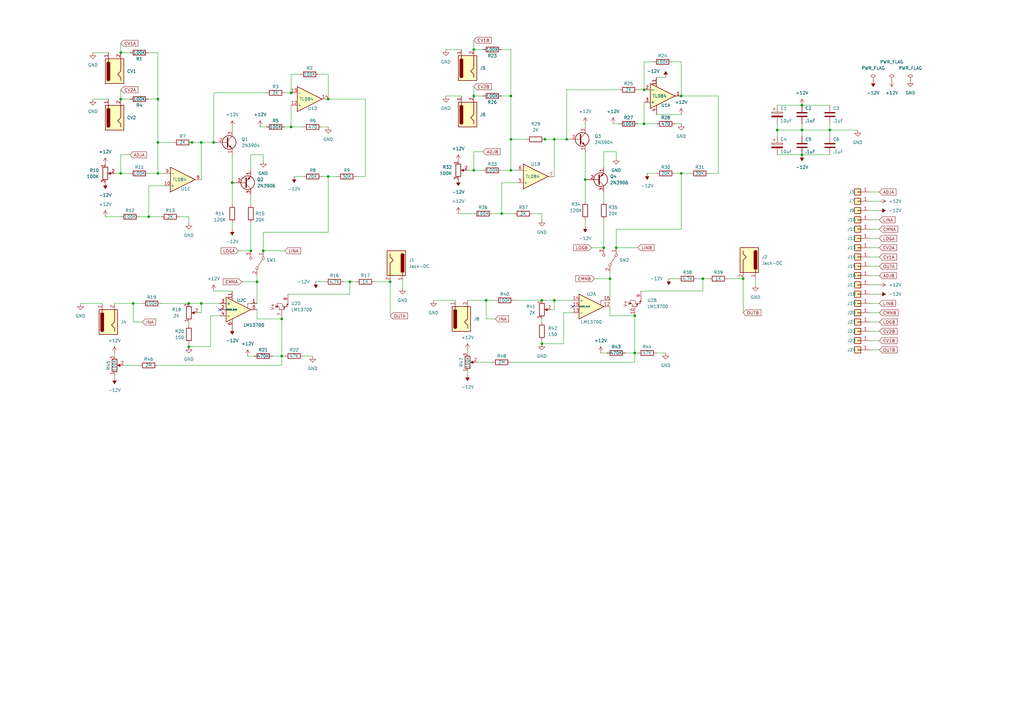
<source format=kicad_sch>
(kicad_sch (version 20211123) (generator eeschema)
  (paper "A3")
  (lib_symbols
    (symbol "Amplifier_Operational:LM13700" (pin_names (offset 0.127))
      (property "Reference" "U" (at 3.81 5.08 0))
      (property "Value" "LM13700" (at 5.08 -5.08 0))
      (symbol "LM13700_1_1"
        (pin output line (at 7.62 0 180) (length 2.54) (name "~") (number "12"))
        (pin input line (at -7.62 2.54 0) (length 2.54) (name "-") (number "13"))
        (pin input line (at -7.62 -2.54 0) (length 2.54) (name "+") (number "14"))
        (pin input line (at -7.62 0 0) (length 2.54) (name "DIODE_BIAS") (number "15"))
        (pin input line (at 7.62 -2.54 180) (length 2.54) (name "~") (number "16"))
      )
      (symbol "LM13700_2_1"
        (text "V+" (at -2.54 3.81 0) (effects (font (size 1.27 1.27))))
        (pin input line (at -7.62 0 0) (length 3.81) (name "~") (number "10"))
        (pin output line (at 2.54 -2.54 180) (length 3.81) (name "~") (number "9"))
      )
      (symbol "LM13700_3_1"
        (pin input line (at 7.62 -2.54 180) (length 2.54) (name "~") (number "1"))
        (pin input line (at -7.62 0 0) (length 2.54) (name "DIODE_BIAS") (number "2"))
        (pin input line (at -7.62 -2.54 0) (length 2.54) (name "+") (number "3"))
        (pin input line (at -7.62 2.54 0) (length 2.54) (name "-") (number "4"))
        (pin output line (at 7.62 0 180) (length 2.54) (name "~") (number "5"))
      )
      (symbol "LM13700_4_0"
        (text "V+" (at -2.54 3.81 0) (effects (font (size 1.27 1.27))))
      )
      (symbol "LM13700_4_1"
        (pin input line (at -7.62 0 0) (length 3.81) (name "~") (number "7"))
        (pin output line (at 2.54 -2.54 180) (length 3.81) (name "~") (number "8"))
      )
      (symbol "LM13700_5_1"
        (pin power_in line (at -2.54 7.62 270) (length 3.81) (name "V+") (number "11"))
        (pin power_in line (at -2.54 -7.62 90) (length 3.81) (name "V-") (number "6"))
      )
    )
    (symbol "Amplifier_Operational:TL084" (pin_names (offset 0.127))
      (property "Reference" "U" (at 0 5.08 0))
      (property "Value" "TL084" (at 0 -5.08 0))
      (symbol "TL084_1_1"
        (pin output line (at 7.62 0 180) (length 2.54) (name "~") (number "1"))
        (pin input line (at -7.62 -2.54 0) (length 2.54) (name "-") (number "2"))
        (pin input line (at -7.62 2.54 0) (length 2.54) (name "+") (number "3"))
      )
      (symbol "TL084_2_1"
        (pin input line (at -7.62 2.54 0) (length 2.54) (name "+") (number "5"))
        (pin input line (at -7.62 -2.54 0) (length 2.54) (name "-") (number "6"))
        (pin output line (at 7.62 0 180) (length 2.54) (name "~") (number "7"))
      )
      (symbol "TL084_3_1"
        (pin input line (at -7.62 2.54 0) (length 2.54) (name "+") (number "10"))
        (pin output line (at 7.62 0 180) (length 2.54) (name "~") (number "8"))
        (pin input line (at -7.62 -2.54 0) (length 2.54) (name "-") (number "9"))
      )
      (symbol "TL084_4_1"
        (pin input line (at -7.62 2.54 0) (length 2.54) (name "+") (number "12"))
        (pin input line (at -7.62 -2.54 0) (length 2.54) (name "-") (number "13"))
        (pin output line (at 7.62 0 180) (length 2.54) (name "~") (number "14"))
      )
      (symbol "TL084_5_1"
        (pin power_in line (at -2.54 -7.62 90) (length 3.81) (name "V-") (number "11"))
        (pin power_in line (at -2.54 7.62 270) (length 3.81) (name "V+") (number "4"))
      )
    )
    (symbol "Connector:Jack-DC" (pin_names (offset 1.016))
      (property "Reference" "J" (at 0 5.334 0))
      (property "Value" "Jack-DC" (at 0 -5.08 0))
      (symbol "Jack-DC_1_1"
        (pin passive line (at 7.62 2.54 180) (length 2.54) (name "~") (number "1"))
        (pin passive line (at 7.62 -2.54 180) (length 2.54) (name "~") (number "2"))
      )
    )
    (symbol "Connector_Generic:Conn_01x01" (pin_names (offset 1.016) hide)
      (property "Reference" "J" (at 0 2.54 0))
      (property "Value" "Conn_01x01" (at 0 -2.54 0))
      (symbol "Conn_01x01_1_1"
        (pin passive line (at -5.08 0 0) (length 3.81) (name "Pin_1") (number "1"))
      )
    )
    (symbol "Device:C" (pin_numbers hide) (pin_names (offset 0.254))
      (property "Reference" "C" (at 0.635 2.54 0))
      (property "Value" "C" (at 0.635 -2.54 0))
      (symbol "C_1_1"
        (pin passive line (at 0 3.81 270) (length 2.794) (name "~") (number "1"))
        (pin passive line (at 0 -3.81 90) (length 2.794) (name "~") (number "2"))
      )
    )
    (symbol "Device:C_Polarized" (pin_numbers hide) (pin_names (offset 0.254))
      (property "Reference" "C" (at 0.635 2.54 0))
      (property "Value" "C_Polarized" (at 0.635 -2.54 0))
      (symbol "C_Polarized_1_1"
        (pin passive line (at 0 3.81 270) (length 2.794) (name "~") (number "1"))
        (pin passive line (at 0 -3.81 90) (length 2.794) (name "~") (number "2"))
      )
    )
    (symbol "Device:R" (pin_numbers hide) (pin_names (offset 0))
      (property "Reference" "R" (at 2.032 0 90))
      (property "Value" "R" (at 0 0 90))
      (symbol "R_1_1"
        (pin passive line (at 0 3.81 270) (length 1.27) (name "~") (number "1"))
        (pin passive line (at 0 -3.81 90) (length 1.27) (name "~") (number "2"))
      )
    )
    (symbol "Device:R_Potentiometer" (pin_names (offset 1.016) hide)
      (property "Reference" "RV" (at -4.445 0 90))
      (property "Value" "R_Potentiometer" (at -2.54 0 90))
      (symbol "R_Potentiometer_1_1"
        (pin passive line (at 0 3.81 270) (length 1.27) (name "1") (number "1"))
        (pin passive line (at 3.81 0 180) (length 1.27) (name "2") (number "2"))
        (pin passive line (at 0 -3.81 90) (length 1.27) (name "3") (number "3"))
      )
    )
    (symbol "LM13700_1" (pin_names (offset 0.127) hide)
      (property "Reference" "U" (at 3.81 5.08 0))
      (property "Value" "LM13700_1" (at 5.08 -5.08 0))
      (symbol "LM13700_1_1_1"
        (pin output line (at 7.62 0 180) (length 2.54) (name "~") (number "12"))
        (pin input line (at -7.62 2.54 0) (length 2.54) (name "-") (number "13"))
        (pin input line (at -7.62 -2.54 0) (length 2.54) (name "+") (number "14"))
        (pin input line (at -7.62 0 0) (length 2.54) (name "DIODE_BIAS") (number "15"))
        (pin input line (at 7.62 -2.54 180) (length 2.54) (name "~") (number "16"))
      )
      (symbol "LM13700_1_2_1"
        (text "V+" (at -2.54 3.81 0) (effects (font (size 1.27 1.27))))
        (pin input line (at -7.62 0 0) (length 3.81) (name "~") (number "10"))
        (pin output line (at 2.54 -2.54 180) (length 3.81) (name "~") (number "9"))
      )
      (symbol "LM13700_1_3_1"
        (pin input line (at 7.62 -2.54 180) (length 2.54) (name "~") (number "1"))
        (pin input line (at -7.62 0 0) (length 2.54) (name "DIODE_BIAS") (number "2"))
        (pin input line (at -7.62 -2.54 0) (length 2.54) (name "+") (number "3"))
        (pin input line (at -7.62 2.54 0) (length 2.54) (name "-") (number "4"))
        (pin output line (at 7.62 0 180) (length 2.54) (name "~") (number "5"))
      )
      (symbol "LM13700_1_4_0"
        (text "V+" (at -2.54 3.81 0) (effects (font (size 1.27 1.27))))
      )
      (symbol "LM13700_1_4_1"
        (pin input line (at -7.62 0 0) (length 3.81) (name "~") (number "7"))
        (pin output line (at 2.54 -2.54 180) (length 3.81) (name "~") (number "8"))
      )
      (symbol "LM13700_1_5_1"
        (pin power_in line (at -2.54 7.62 270) (length 3.81) (name "V+") (number "11"))
        (pin power_in line (at -2.54 -7.62 90) (length 3.81) (name "V-") (number "6"))
      )
    )
    (symbol "Switch:SW_SPDT" (pin_names (offset 0) hide)
      (property "Reference" "SW" (at 0 4.318 0))
      (property "Value" "SW_SPDT" (at 0 -5.08 0))
      (symbol "SW_SPDT_1_1"
        (pin passive line (at 5.08 2.54 180) (length 2.54) (name "A") (number "1"))
        (pin passive line (at -5.08 0 0) (length 2.54) (name "B") (number "2"))
        (pin passive line (at 5.08 -2.54 180) (length 2.54) (name "C") (number "3"))
      )
    )
    (symbol "TL084_1" (pin_names (offset 0.127) hide)
      (property "Reference" "U" (at 0 5.08 0))
      (property "Value" "TL084_1" (at 0 -5.08 0))
      (symbol "TL084_1_1_1"
        (pin output line (at 7.62 0 180) (length 2.54) (name "~") (number "1"))
        (pin input line (at -7.62 -2.54 0) (length 2.54) (name "-") (number "2"))
        (pin input line (at -7.62 2.54 0) (length 2.54) (name "+") (number "3"))
      )
      (symbol "TL084_1_2_1"
        (pin input line (at -7.62 2.54 0) (length 2.54) (name "+") (number "5"))
        (pin input line (at -7.62 -2.54 0) (length 2.54) (name "-") (number "6"))
        (pin output line (at 7.62 0 180) (length 2.54) (name "~") (number "7"))
      )
      (symbol "TL084_1_3_1"
        (pin input line (at -7.62 2.54 0) (length 2.54) (name "+") (number "10"))
        (pin output line (at 7.62 0 180) (length 2.54) (name "~") (number "8"))
        (pin input line (at -7.62 -2.54 0) (length 2.54) (name "-") (number "9"))
      )
      (symbol "TL084_1_4_1"
        (pin input line (at -7.62 2.54 0) (length 2.54) (name "+") (number "12"))
        (pin input line (at -7.62 -2.54 0) (length 2.54) (name "-") (number "13"))
        (pin output line (at 7.62 0 180) (length 2.54) (name "~") (number "14"))
      )
      (symbol "TL084_1_5_1"
        (pin power_in line (at -2.54 -7.62 90) (length 3.81) (name "V-") (number "11"))
        (pin power_in line (at -2.54 7.62 270) (length 3.81) (name "V+") (number "4"))
      )
    )
    (symbol "Transistor_BJT:2N3904" (pin_names (offset 0) hide)
      (property "Reference" "Q" (at 5.08 1.905 0))
      (property "Value" "2N3904" (at 5.08 0 0))
      (symbol "2N3904_1_1"
        (pin passive line (at 2.54 -5.08 90) (length 2.54) (name "E") (number "1"))
        (pin passive line (at -5.08 0 0) (length 5.715) (name "B") (number "2"))
        (pin passive line (at 2.54 5.08 270) (length 2.54) (name "C") (number "3"))
      )
    )
    (symbol "Transistor_BJT:2N3906" (pin_names (offset 0) hide)
      (property "Reference" "Q" (at 5.08 1.905 0))
      (property "Value" "2N3906" (at 5.08 0 0))
      (symbol "2N3906_1_1"
        (pin passive line (at 2.54 -5.08 90) (length 2.54) (name "E") (number "1"))
        (pin input line (at -5.08 0 0) (length 5.715) (name "B") (number "2"))
        (pin passive line (at 2.54 5.08 270) (length 2.54) (name "C") (number "3"))
      )
    )
    (symbol "power:+12V" (power) (pin_names (offset 0))
      (property "Value" "+12V" (at 0 3.556 0))
      (symbol "+12V_1_1"
        (pin power_in line (at 0 0 90) (length 0) hide (name "+12V") (number "1"))
      )
    )
    (symbol "power:-12V" (power) (pin_names (offset 0))
      (property "Value" "-12V" (at 0 3.81 0))
      (symbol "-12V_0_0"
        (pin power_in line (at 0 0 90) (length 0) hide (name "-12V") (number "1"))
      )
    )
    (symbol "power:GND" (power) (pin_names (offset 0))
      (property "Value" "GND" (at 0 -3.81 0))
      (symbol "GND_1_1"
        (pin power_in line (at 0 0 270) (length 0) hide (name "GND") (number "1"))
      )
    )
    (symbol "power:PWR_FLAG" (power) (pin_numbers hide) (pin_names (offset 0) hide)
      (property "Value" "PWR_FLAG" (at 0 3.81 0))
      (symbol "PWR_FLAG_0_0"
        (pin power_out line (at 0 0 90) (length 0) (name "pwr") (number "1"))
      )
    )
  )
  (junction (at 78.74 58.42))
  (junction (at 205.74 87.63))
  (junction (at 194.31 69.85))
  (junction (at 95.25 74.93))
  (junction (at 82.55 124.46))
  (junction (at 115.57 130.81))
  (junction (at 102.87 102.87))
  (junction (at 107.95 102.87))
  (junction (at 340.36 53.34))
  (junction (at 54.61 124.46))
  (junction (at 222.25 140.97))
  (junction (at 260.35 144.78))
  (junction (at 209.55 39.37))
  (junction (at 223.52 57.15))
  (junction (at 250.19 114.3))
  (junction (at 232.41 57.15))
  (junction (at 209.55 57.15))
  (junction (at 264.16 50.8))
  (junction (at 134.62 40.64))
  (junction (at 279.4 39.37))
  (junction (at 328.93 63.5))
  (junction (at 77.47 142.24))
  (junction (at 77.47 124.46))
  (junction (at 105.41 115.57))
  (junction (at 49.53 21.59))
  (junction (at 252.73 101.6))
  (junction (at 60.96 88.9))
  (junction (at 288.29 114.3))
  (junction (at 240.03 73.66))
  (junction (at 134.62 72.39))
  (junction (at 87.63 58.42))
  (junction (at 194.31 39.37))
  (junction (at 143.51 115.57))
  (junction (at 328.93 53.34))
  (junction (at 304.8 114.3))
  (junction (at 194.31 20.32))
  (junction (at 209.55 69.85))
  (junction (at 260.35 129.54))
  (junction (at 227.33 57.15))
  (junction (at 115.57 146.05))
  (junction (at 82.55 58.42))
  (junction (at 64.77 71.12))
  (junction (at 318.77 53.34))
  (junction (at 119.38 38.1))
  (junction (at 279.4 71.12))
  (junction (at 247.65 101.6))
  (junction (at 49.53 40.64))
  (junction (at 49.53 71.12))
  (junction (at 64.77 40.64))
  (junction (at 160.02 115.57))
  (junction (at 328.93 43.18))
  (junction (at 264.16 36.83))
  (junction (at 199.39 123.19))
  (junction (at 119.38 52.07))
  (junction (at 64.77 58.42))
  (junction (at 222.25 123.19))
  (junction (at 227.33 123.19))
  (no_connect (at 234.95 125.73))
  (no_connect (at 90.17 127))
  (wire (pts (xy 209.55 20.32) (xy 209.55 39.37)))
  (wire (pts (xy 187.96 87.63) (xy 194.31 87.63)))
  (wire (pts (xy 95.25 74.93) (xy 95.25 83.82)))
  (wire (pts (xy 64.77 149.86) (xy 115.57 149.86)))
  (wire (pts (xy 194.31 20.32) (xy 198.12 20.32)))
  (wire (pts (xy 191.77 123.19) (xy 199.39 123.19)))
  (wire (pts (xy 232.41 36.83) (xy 254 36.83)))
  (wire (pts (xy 240.03 90.17) (xy 240.03 92.71)))
  (wire (pts (xy 356.87 124.46) (xy 360.68 124.46)))
  (wire (pts (xy 177.8 123.19) (xy 186.69 123.19)))
  (wire (pts (xy 264.16 36.83) (xy 264.16 25.4)))
  (wire (pts (xy 77.47 124.46) (xy 82.55 124.46)))
  (wire (pts (xy 46.99 144.78) (xy 46.99 146.05)))
  (wire (pts (xy 328.93 63.5) (xy 340.36 63.5)))
  (wire (pts (xy 252.73 62.23) (xy 252.73 64.77)))
  (wire (pts (xy 356.87 82.55) (xy 360.68 82.55)))
  (wire (pts (xy 260.35 144.78) (xy 261.62 144.78)))
  (wire (pts (xy 279.4 93.98) (xy 252.73 93.98)))
  (wire (pts (xy 356.87 105.41) (xy 360.68 105.41)))
  (wire (pts (xy 82.55 128.27) (xy 81.28 128.27)))
  (wire (pts (xy 132.08 52.07) (xy 134.62 52.07)))
  (wire (pts (xy 82.55 124.46) (xy 90.17 124.46)))
  (wire (pts (xy 182.88 39.37) (xy 189.23 39.37)))
  (wire (pts (xy 243.84 114.3) (xy 250.19 114.3)))
  (wire (pts (xy 53.34 63.5) (xy 49.53 63.5)))
  (wire (pts (xy 240.03 62.23) (xy 240.03 73.66)))
  (wire (pts (xy 269.24 46.99) (xy 279.4 46.99)))
  (wire (pts (xy 119.38 30.48) (xy 123.19 30.48)))
  (wire (pts (xy 328.93 43.18) (xy 340.36 43.18)))
  (wire (pts (xy 90.17 129.54) (xy 86.36 129.54)))
  (wire (pts (xy 356.87 93.98) (xy 360.68 93.98)))
  (wire (pts (xy 265.43 71.12) (xy 269.24 71.12)))
  (wire (pts (xy 119.38 52.07) (xy 124.46 52.07)))
  (wire (pts (xy 194.31 35.56) (xy 194.31 39.37)))
  (wire (pts (xy 105.41 115.57) (xy 105.41 124.46)))
  (wire (pts (xy 134.62 72.39) (xy 134.62 95.25)))
  (wire (pts (xy 222.25 139.7) (xy 222.25 140.97)))
  (wire (pts (xy 275.59 25.4) (xy 279.4 25.4)))
  (wire (pts (xy 231.14 128.27) (xy 231.14 140.97)))
  (wire (pts (xy 86.36 142.24) (xy 77.47 142.24)))
  (wire (pts (xy 182.88 20.32) (xy 189.23 20.32)))
  (wire (pts (xy 194.31 69.85) (xy 198.12 69.85)))
  (wire (pts (xy 209.55 57.15) (xy 215.9 57.15)))
  (wire (pts (xy 210.82 123.19) (xy 222.25 123.19)))
  (wire (pts (xy 356.87 113.03) (xy 360.68 113.03)))
  (wire (pts (xy 38.1 21.59) (xy 44.45 21.59)))
  (wire (pts (xy 227.33 123.19) (xy 227.33 127)))
  (wire (pts (xy 356.87 97.79) (xy 360.68 97.79)))
  (wire (pts (xy 130.81 30.48) (xy 134.62 30.48)))
  (wire (pts (xy 205.74 69.85) (xy 209.55 69.85)))
  (wire (pts (xy 246.38 144.78) (xy 248.92 144.78)))
  (wire (pts (xy 149.86 72.39) (xy 146.05 72.39)))
  (wire (pts (xy 340.36 50.8) (xy 340.36 53.34)))
  (wire (pts (xy 222.25 87.63) (xy 222.25 90.17)))
  (wire (pts (xy 54.61 132.08) (xy 54.61 124.46)))
  (wire (pts (xy 132.08 72.39) (xy 134.62 72.39)))
  (wire (pts (xy 46.99 153.67) (xy 46.99 154.94)))
  (wire (pts (xy 107.95 95.25) (xy 107.95 102.87)))
  (wire (pts (xy 218.44 87.63) (xy 222.25 87.63)))
  (wire (pts (xy 356.87 116.84) (xy 360.68 116.84)))
  (wire (pts (xy 77.47 140.97) (xy 77.47 142.24)))
  (wire (pts (xy 269.24 144.78) (xy 273.05 144.78)))
  (wire (pts (xy 209.55 69.85) (xy 212.09 69.85)))
  (wire (pts (xy 49.53 36.83) (xy 49.53 40.64)))
  (wire (pts (xy 294.64 39.37) (xy 294.64 71.12)))
  (wire (pts (xy 99.06 115.57) (xy 105.41 115.57)))
  (wire (pts (xy 205.74 20.32) (xy 209.55 20.32)))
  (wire (pts (xy 250.19 125.73) (xy 250.19 129.54)))
  (wire (pts (xy 318.77 50.8) (xy 318.77 53.34)))
  (wire (pts (xy 279.4 25.4) (xy 279.4 39.37)))
  (wire (pts (xy 318.77 53.34) (xy 318.77 55.88)))
  (wire (pts (xy 64.77 71.12) (xy 67.31 71.12)))
  (wire (pts (xy 276.86 71.12) (xy 279.4 71.12)))
  (wire (pts (xy 240.03 73.66) (xy 240.03 82.55)))
  (wire (pts (xy 269.24 31.75) (xy 273.05 31.75)))
  (wire (pts (xy 264.16 25.4) (xy 267.97 25.4)))
  (wire (pts (xy 107.95 102.87) (xy 116.84 102.87)))
  (wire (pts (xy 209.55 148.59) (xy 260.35 148.59)))
  (wire (pts (xy 250.19 129.54) (xy 260.35 129.54)))
  (wire (pts (xy 247.65 90.17) (xy 247.65 101.6)))
  (wire (pts (xy 264.16 41.91) (xy 264.16 50.8)))
  (wire (pts (xy 288.29 114.3) (xy 290.83 114.3)))
  (wire (pts (xy 294.64 71.12) (xy 290.83 71.12)))
  (wire (pts (xy 328.93 53.34) (xy 328.93 55.88)))
  (wire (pts (xy 60.96 76.2) (xy 60.96 88.9)))
  (wire (pts (xy 304.8 114.3) (xy 304.8 128.27)))
  (wire (pts (xy 194.31 16.51) (xy 194.31 20.32)))
  (wire (pts (xy 120.65 72.39) (xy 124.46 72.39)))
  (wire (pts (xy 205.74 39.37) (xy 209.55 39.37)))
  (wire (pts (xy 356.87 86.36) (xy 360.68 86.36)))
  (wire (pts (xy 33.02 124.46) (xy 41.91 124.46)))
  (wire (pts (xy 279.4 39.37) (xy 294.64 39.37)))
  (wire (pts (xy 105.41 127) (xy 105.41 130.81)))
  (wire (pts (xy 60.96 21.59) (xy 64.77 21.59)))
  (wire (pts (xy 250.19 111.76) (xy 250.19 114.3)))
  (wire (pts (xy 86.36 129.54) (xy 86.36 142.24)))
  (wire (pts (xy 356.87 143.51) (xy 360.68 143.51)))
  (wire (pts (xy 119.38 43.18) (xy 119.38 52.07)))
  (wire (pts (xy 252.73 101.6) (xy 261.62 101.6)))
  (wire (pts (xy 58.42 132.08) (xy 54.61 132.08)))
  (wire (pts (xy 49.53 17.78) (xy 49.53 21.59)))
  (wire (pts (xy 49.53 71.12) (xy 53.34 71.12)))
  (wire (pts (xy 260.35 148.59) (xy 260.35 144.78)))
  (wire (pts (xy 87.63 38.1) (xy 109.22 38.1)))
  (wire (pts (xy 262.89 119.38) (xy 288.29 119.38)))
  (wire (pts (xy 227.33 127) (xy 226.06 127)))
  (wire (pts (xy 115.57 146.05) (xy 116.84 146.05)))
  (wire (pts (xy 46.99 71.12) (xy 49.53 71.12)))
  (wire (pts (xy 60.96 40.64) (xy 64.77 40.64)))
  (wire (pts (xy 194.31 39.37) (xy 198.12 39.37)))
  (wire (pts (xy 124.46 146.05) (xy 128.27 146.05)))
  (wire (pts (xy 209.55 39.37) (xy 209.55 57.15)))
  (wire (pts (xy 60.96 88.9) (xy 66.04 88.9)))
  (wire (pts (xy 160.02 115.57) (xy 160.02 129.54)))
  (wire (pts (xy 64.77 58.42) (xy 64.77 71.12)))
  (wire (pts (xy 328.93 50.8) (xy 328.93 53.34)))
  (wire (pts (xy 356.87 139.7) (xy 360.68 139.7)))
  (wire (pts (xy 279.4 71.12) (xy 283.21 71.12)))
  (wire (pts (xy 97.79 102.87) (xy 102.87 102.87)))
  (wire (pts (xy 149.86 40.64) (xy 149.86 72.39)))
  (wire (pts (xy 43.18 88.9) (xy 49.53 88.9)))
  (wire (pts (xy 288.29 119.38) (xy 288.29 114.3)))
  (wire (pts (xy 223.52 57.15) (xy 227.33 57.15)))
  (wire (pts (xy 205.74 74.93) (xy 205.74 87.63)))
  (wire (pts (xy 222.25 57.15) (xy 223.52 57.15)))
  (wire (pts (xy 87.63 119.38) (xy 95.25 119.38)))
  (wire (pts (xy 143.51 120.65) (xy 143.51 115.57)))
  (wire (pts (xy 191.77 152.4) (xy 191.77 153.67)))
  (wire (pts (xy 199.39 123.19) (xy 203.2 123.19)))
  (wire (pts (xy 191.77 69.85) (xy 194.31 69.85)))
  (wire (pts (xy 95.25 91.44) (xy 95.25 93.98)))
  (wire (pts (xy 203.2 130.81) (xy 199.39 130.81)))
  (wire (pts (xy 234.95 128.27) (xy 231.14 128.27)))
  (wire (pts (xy 77.47 132.08) (xy 77.47 133.35)))
  (wire (pts (xy 252.73 93.98) (xy 252.73 101.6)))
  (wire (pts (xy 115.57 130.81) (xy 115.57 146.05)))
  (wire (pts (xy 105.41 130.81) (xy 115.57 130.81)))
  (wire (pts (xy 222.25 130.81) (xy 222.25 132.08)))
  (wire (pts (xy 328.93 53.34) (xy 340.36 53.34)))
  (wire (pts (xy 309.88 114.3) (xy 309.88 116.84)))
  (wire (pts (xy 195.58 148.59) (xy 201.93 148.59)))
  (wire (pts (xy 356.87 90.17) (xy 360.68 90.17)))
  (wire (pts (xy 140.97 115.57) (xy 143.51 115.57)))
  (wire (pts (xy 107.95 63.5) (xy 107.95 66.04)))
  (wire (pts (xy 247.65 62.23) (xy 252.73 62.23)))
  (wire (pts (xy 251.46 50.8) (xy 254 50.8)))
  (wire (pts (xy 54.61 124.46) (xy 58.42 124.46)))
  (wire (pts (xy 119.38 38.1) (xy 119.38 30.48)))
  (wire (pts (xy 340.36 53.34) (xy 351.79 53.34)))
  (wire (pts (xy 256.54 144.78) (xy 260.35 144.78)))
  (wire (pts (xy 78.74 58.42) (xy 82.55 58.42)))
  (wire (pts (xy 209.55 57.15) (xy 209.55 69.85)))
  (wire (pts (xy 205.74 74.93) (xy 212.09 74.93)))
  (wire (pts (xy 77.47 88.9) (xy 77.47 91.44)))
  (wire (pts (xy 318.77 53.34) (xy 328.93 53.34)))
  (wire (pts (xy 356.87 128.27) (xy 360.68 128.27)))
  (wire (pts (xy 38.1 40.64) (xy 44.45 40.64)))
  (wire (pts (xy 102.87 63.5) (xy 107.95 63.5)))
  (wire (pts (xy 49.53 21.59) (xy 53.34 21.59)))
  (wire (pts (xy 240.03 50.8) (xy 240.03 52.07)))
  (wire (pts (xy 115.57 149.86) (xy 115.57 146.05)))
  (wire (pts (xy 232.41 57.15) (xy 232.41 36.83)))
  (wire (pts (xy 95.25 52.07) (xy 95.25 53.34)))
  (wire (pts (xy 191.77 143.51) (xy 191.77 144.78)))
  (wire (pts (xy 129.54 115.57) (xy 133.35 115.57)))
  (wire (pts (xy 285.75 114.3) (xy 288.29 114.3)))
  (wire (pts (xy 111.76 146.05) (xy 115.57 146.05)))
  (wire (pts (xy 298.45 114.3) (xy 304.8 114.3)))
  (wire (pts (xy 276.86 50.8) (xy 279.4 50.8)))
  (wire (pts (xy 102.87 91.44) (xy 102.87 102.87)))
  (wire (pts (xy 153.67 115.57) (xy 160.02 115.57)))
  (wire (pts (xy 318.77 63.5) (xy 328.93 63.5)))
  (wire (pts (xy 57.15 88.9) (xy 60.96 88.9)))
  (wire (pts (xy 134.62 72.39) (xy 138.43 72.39)))
  (wire (pts (xy 198.12 62.23) (xy 194.31 62.23)))
  (wire (pts (xy 60.96 71.12) (xy 64.77 71.12)))
  (wire (pts (xy 143.51 115.57) (xy 146.05 115.57)))
  (wire (pts (xy 82.55 124.46) (xy 82.55 128.27)))
  (wire (pts (xy 227.33 57.15) (xy 227.33 72.39)))
  (wire (pts (xy 102.87 69.85) (xy 102.87 63.5)))
  (wire (pts (xy 116.84 38.1) (xy 119.38 38.1)))
  (wire (pts (xy 116.84 52.07) (xy 119.38 52.07)))
  (wire (pts (xy 261.62 36.83) (xy 264.16 36.83)))
  (wire (pts (xy 356.87 101.6) (xy 360.68 101.6)))
  (wire (pts (xy 274.32 114.3) (xy 278.13 114.3)))
  (wire (pts (xy 318.77 43.18) (xy 328.93 43.18)))
  (wire (pts (xy 199.39 130.81) (xy 199.39 123.19)))
  (wire (pts (xy 264.16 50.8) (xy 269.24 50.8)))
  (wire (pts (xy 231.14 140.97) (xy 222.25 140.97)))
  (wire (pts (xy 356.87 120.65) (xy 360.68 120.65)))
  (wire (pts (xy 242.57 101.6) (xy 247.65 101.6)))
  (wire (pts (xy 64.77 21.59) (xy 64.77 40.64)))
  (wire (pts (xy 356.87 135.89) (xy 360.68 135.89)))
  (wire (pts (xy 247.65 68.58) (xy 247.65 62.23)))
  (wire (pts (xy 227.33 123.19) (xy 234.95 123.19)))
  (wire (pts (xy 106.68 52.07) (xy 109.22 52.07)))
  (wire (pts (xy 340.36 53.34) (xy 340.36 55.88)))
  (wire (pts (xy 64.77 58.42) (xy 71.12 58.42)))
  (wire (pts (xy 50.8 149.86) (xy 57.15 149.86)))
  (wire (pts (xy 165.1 115.57) (xy 165.1 118.11)))
  (wire (pts (xy 247.65 78.74) (xy 247.65 82.55)))
  (wire (pts (xy 82.55 58.42) (xy 82.55 73.66)))
  (wire (pts (xy 356.87 132.08) (xy 360.68 132.08)))
  (wire (pts (xy 95.25 63.5) (xy 95.25 74.93)))
  (wire (pts (xy 118.11 120.65) (xy 143.51 120.65)))
  (wire (pts (xy 260.35 129.54) (xy 260.35 144.78)))
  (wire (pts (xy 356.87 78.74) (xy 360.68 78.74)))
  (wire (pts (xy 77.47 58.42) (xy 78.74 58.42)))
  (wire (pts (xy 227.33 57.15) (xy 232.41 57.15)))
  (wire (pts (xy 105.41 113.03) (xy 105.41 115.57)))
  (wire (pts (xy 134.62 95.25) (xy 107.95 95.25)))
  (wire (pts (xy 46.99 124.46) (xy 54.61 124.46)))
  (wire (pts (xy 82.55 58.42) (xy 87.63 58.42)))
  (wire (pts (xy 356.87 109.22) (xy 360.68 109.22)))
  (wire (pts (xy 87.63 58.42) (xy 87.63 38.1)))
  (wire (pts (xy 222.25 123.19) (xy 227.33 123.19)))
  (wire (pts (xy 205.74 87.63) (xy 210.82 87.63)))
  (wire (pts (xy 49.53 63.5) (xy 49.53 71.12)))
  (wire (pts (xy 201.93 87.63) (xy 205.74 87.63)))
  (wire (pts (xy 49.53 40.64) (xy 53.34 40.64)))
  (wire (pts (xy 73.66 88.9) (xy 77.47 88.9)))
  (wire (pts (xy 250.19 114.3) (xy 250.19 123.19)))
  (wire (pts (xy 194.31 62.23) (xy 194.31 69.85)))
  (wire (pts (xy 102.87 80.01) (xy 102.87 83.82)))
  (wire (pts (xy 64.77 40.64) (xy 64.77 58.42)))
  (wire (pts (xy 134.62 30.48) (xy 134.62 40.64)))
  (wire (pts (xy 279.4 71.12) (xy 279.4 93.98)))
  (wire (pts (xy 60.96 76.2) (xy 67.31 76.2)))
  (wire (pts (xy 66.04 124.46) (xy 77.47 124.46)))
  (wire (pts (xy 261.62 50.8) (xy 264.16 50.8)))
  (wire (pts (xy 134.62 40.64) (xy 149.86 40.64)))
  (wire (pts (xy 101.6 146.05) (xy 104.14 146.05)))
  (global_label "CV1A" (shape input) (at 49.53 17.78 0) (property "Intersheet References" "${INTERSHEET_REFS}" (effects hide)))
  (global_label "LINA" (shape input) (at 116.84 102.87 0) (property "Intersheet References" "${INTERSHEET_REFS}" (effects hide)))
  (global_label "LOGB" (shape input) (at 360.68 132.08 0) (property "Intersheet References" "${INTERSHEET_REFS}" (effects hide)))
  (global_label "ADJA" (shape input) (at 53.34 63.5 0) (property "Intersheet References" "${INTERSHEET_REFS}" (effects hide)))
  (global_label "CV1B" (shape input) (at 360.68 139.7 0) (property "Intersheet References" "${INTERSHEET_REFS}" (effects hide)))
  (global_label "CV2A" (shape input) (at 360.68 101.6 0) (property "Intersheet References" "${INTERSHEET_REFS}" (effects hide)))
  (global_label "OUTA" (shape input) (at 160.02 129.54 0) (property "Intersheet References" "${INTERSHEET_REFS}" (effects hide)))
  (global_label "ADJB" (shape input) (at 360.68 113.03 0) (property "Intersheet References" "${INTERSHEET_REFS}" (effects hide)))
  (global_label "ADJA" (shape input) (at 360.68 78.74 0) (property "Intersheet References" "${INTERSHEET_REFS}" (effects hide)))
  (global_label "CMNB" (shape input) (at 243.84 114.3 180) (property "Intersheet References" "${INTERSHEET_REFS}" (effects hide)))
  (global_label "INA" (shape input) (at 58.42 132.08 0) (property "Intersheet References" "${INTERSHEET_REFS}" (effects hide)))
  (global_label "OUTB" (shape input) (at 304.8 128.27 0) (property "Intersheet References" "${INTERSHEET_REFS}" (effects hide)))
  (global_label "LINB" (shape input) (at 261.62 101.6 0) (property "Intersheet References" "${INTERSHEET_REFS}" (effects hide)))
  (global_label "CV1A" (shape input) (at 360.68 105.41 0) (property "Intersheet References" "${INTERSHEET_REFS}" (effects hide)))
  (global_label "CMNA" (shape input) (at 99.06 115.57 180) (property "Intersheet References" "${INTERSHEET_REFS}" (effects hide)))
  (global_label "CMNA" (shape input) (at 360.68 93.98 0) (property "Intersheet References" "${INTERSHEET_REFS}" (effects hide)))
  (global_label "LOGA" (shape input) (at 360.68 97.79 0) (property "Intersheet References" "${INTERSHEET_REFS}" (effects hide)))
  (global_label "INA" (shape input) (at 203.2 130.81 0) (property "Intersheet References" "${INTERSHEET_REFS}" (effects hide)))
  (global_label "CV2B" (shape input) (at 194.31 35.56 0) (property "Intersheet References" "${INTERSHEET_REFS}" (effects hide)))
  (global_label "CMNB" (shape input) (at 360.68 128.27 0) (property "Intersheet References" "${INTERSHEET_REFS}" (effects hide)))
  (global_label "LINB" (shape input) (at 360.68 124.46 0) (property "Intersheet References" "${INTERSHEET_REFS}" (effects hide)))
  (global_label "CV1B" (shape input) (at 194.31 16.51 0) (property "Intersheet References" "${INTERSHEET_REFS}" (effects hide)))
  (global_label "OUTA" (shape input) (at 360.68 109.22 0) (property "Intersheet References" "${INTERSHEET_REFS}" (effects hide)))
  (global_label "LINA" (shape input) (at 360.68 90.17 0) (property "Intersheet References" "${INTERSHEET_REFS}" (effects hide)))
  (global_label "ADJB" (shape input) (at 198.12 62.23 0) (property "Intersheet References" "${INTERSHEET_REFS}" (effects hide)))
  (global_label "OUTB" (shape input) (at 360.68 143.51 0) (property "Intersheet References" "${INTERSHEET_REFS}" (effects hide)))
  (global_label "LOGB" (shape input) (at 242.57 101.6 180) (property "Intersheet References" "${INTERSHEET_REFS}" (effects hide)))
  (global_label "CV2B" (shape input) (at 360.68 135.89 0) (property "Intersheet References" "${INTERSHEET_REFS}" (effects hide)))
  (global_label "LOGA" (shape input) (at 97.79 102.87 180) (property "Intersheet References" "${INTERSHEET_REFS}" (effects hide)))
  (global_label "CV2A" (shape input) (at 49.53 36.83 0) (property "Intersheet References" "${INTERSHEET_REFS}" (effects hide)))
  (symbol (lib_id "power:+12V") (at 251.46 50.8 0) (unit 1)
    (property "Reference" "#PWR0106" (effects hide))
    (property "Value" "+12V" (at 251.46 45.72 0))
  )
  (symbol (lib_id "power:PWR_FLAG") (at 365.76 33.02 0) (unit 1)
    (property "Reference" "#FLG0102" (effects hide))
    (property "Value" "PWR_FLAG" (at 365.76 25.4 0))
  )
  (symbol (lib_id "Device:R") (at 113.03 38.1 90) (unit 1)
    (property "Reference" "R3" (at 113.03 35.56 90))
    (property "Value" "2K" (at 113.03 38.1 90))
  )
  (symbol (lib_id "Switch:SW_SPDT") (at 250.19 106.68 270) (mirror x) (unit 1)
    (property "Reference" "SW2" (at 254 106.6799 90) (effects (justify left)))
    (property "Value" "SW_SPDT" (effects hide))
  )
  (symbol (lib_id "power:GND") (at 279.4 50.8 0) (unit 1)
    (property "Reference" "#PWR0112" (effects hide))
    (property "Value" "GND" (at 279.4 55.88 0))
  )
  (symbol (lib_id "power:GND") (at 134.62 52.07 0) (unit 1)
    (property "Reference" "#PWR0126" (effects hide))
    (property "Value" "GND" (at 134.62 57.15 0))
  )
  (symbol (lib_id "Connector:Jack-DC") (at 44.45 132.08 90) (unit 1)
    (property "Reference" "J4" (at 49.53 132.0799 90) (effects (justify right)))
    (property "Value" "Jack-DC" (effects hide))
  )
  (symbol (lib_id "Device:R") (at 247.65 86.36 180) (unit 1)
    (property "Reference" "R35" (at 251.46 85.09 0))
    (property "Value" "20K" (at 251.46 87.63 0))
  )
  (symbol (lib_id "Transistor_BJT:2N3904") (at 237.49 57.15 0) (unit 1)
    (property "Reference" "Q3" (at 243.84 55.8799 0) (effects (justify left)))
    (property "Value" "2N3904" (at 243.84 58.4199 0) (effects (justify left)))
    (property "Footprint" "Package_TO_SOT_THT:TO-92_Inline" (effects hide))
    (property "Datasheet" "https://www.onsemi.com/pub/Collateral/2N3903-D.PDF" (effects hide))
  )
  (symbol (lib_id "power:-12V") (at 129.54 115.57 0) (mirror x) (unit 1)
    (property "Reference" "#PWR0131" (effects hide))
    (property "Value" "-12V" (at 124.46 115.57 0))
  )
  (symbol (lib_id "power:GND") (at 222.25 140.97 0) (unit 1)
    (property "Reference" "#PWR0108" (effects hide))
    (property "Value" "GND" (at 222.25 146.05 0))
  )
  (symbol (lib_id "power:-12V") (at 360.68 120.65 270) (unit 1)
    (property "Reference" "#PWR0119" (effects hide))
    (property "Value" "-12V" (at 364.49 120.6499 90) (effects (justify left)))
  )
  (symbol (lib_id "Device:R") (at 257.81 50.8 90) (unit 1)
    (property "Reference" "R27" (at 257.81 48.26 90))
    (property "Value" "100K" (at 257.81 50.8 90))
  )
  (symbol (lib_id "Connector_Generic:Conn_01x01") (at 351.79 78.74 0) (mirror y) (unit 1)
    (property "Reference" "J3" (at 349.25 78.74 0))
    (property "Value" "Conn_01x01" (effects hide))
  )
  (symbol (lib_id "power:-12V") (at 95.25 93.98 0) (mirror x) (unit 1)
    (property "Reference" "#PWR0129" (effects hide))
    (property "Value" "-12V" (at 95.25 99.06 0))
  )
  (symbol (lib_id "Device:R_Potentiometer") (at 77.47 128.27 0) (mirror x) (unit 1)
    (property "Reference" "R18" (at 72.39 127 0))
    (property "Value" "2K" (at 72.39 129.54 0))
  )
  (symbol (lib_id "Device:R") (at 128.27 72.39 90) (unit 1)
    (property "Reference" "R8" (at 128.27 69.85 90))
    (property "Value" "20K" (at 128.27 72.39 90))
  )
  (symbol (lib_id "Connector_Generic:Conn_01x01") (at 351.79 86.36 0) (mirror y) (unit 1)
    (property "Reference" "J9" (at 349.25 86.36 0))
    (property "Value" "Conn_01x01" (effects hide))
  )
  (symbol (lib_id "Amplifier_Operational:TL084") (at 74.93 73.66 0) (mirror x) (unit 3)
    (property "Reference" "U1" (at 76.2 77.47 0))
    (property "Value" "TL084" (at 73.66 73.66 0))
    (property "Datasheet" "http://www.ti.com/lit/ds/symlink/tl081.pdf" (effects hide))
  )
  (symbol (lib_id "power:-12V") (at 187.96 73.66 0) (mirror x) (unit 1)
    (property "Reference" "#PWR0151" (effects hide))
    (property "Value" "-12V" (at 187.96 78.74 0))
  )
  (symbol (lib_id "Connector_Generic:Conn_01x01") (at 351.79 105.41 0) (mirror y) (unit 1)
    (property "Reference" "J14" (at 349.25 105.41 0))
    (property "Value" "Conn_01x01" (effects hide))
  )
  (symbol (lib_id "Device:R") (at 53.34 88.9 90) (unit 1)
    (property "Reference" "R12" (at 53.34 86.36 90))
    (property "Value" "100K" (at 53.34 88.9 90))
  )
  (symbol (lib_id "Device:R") (at 198.12 87.63 90) (unit 1)
    (property "Reference" "R36" (at 198.12 85.09 90))
    (property "Value" "100K" (at 198.12 87.63 90))
  )
  (symbol (lib_id "power:+12V") (at 191.77 143.51 0) (unit 1)
    (property "Reference" "#PWR0148" (effects hide))
    (property "Value" "+12V" (at 191.77 138.43 0))
  )
  (symbol (lib_id "power:+12V") (at 95.25 52.07 0) (unit 1)
    (property "Reference" "#PWR0134" (effects hide))
    (property "Value" "+12V" (at 95.25 46.99 0))
  )
  (symbol (lib_id "Connector_Generic:Conn_01x01") (at 351.79 109.22 0) (mirror y) (unit 1)
    (property "Reference" "J15" (at 349.25 109.22 0))
    (property "Value" "Conn_01x01" (effects hide))
  )
  (symbol (lib_id "Device:C") (at 328.93 59.69 0) (unit 1)
    (property "Reference" "C5" (at 330.2 57.15 0) (effects (justify left)))
    (property "Value" ".1uF" (at 330.2 62.23 0) (effects (justify left)))
  )
  (symbol (lib_id "Connector:Jack-DC") (at 191.77 46.99 90) (unit 1)
    (property "Reference" "J6" (at 196.85 46.9899 90) (effects (justify right)))
    (property "Value" "Jack-DC" (effects hide))
  )
  (symbol (lib_id "power:GND") (at 351.79 53.34 0) (unit 1)
    (property "Reference" "#PWR0103" (effects hide))
    (property "Value" "GND" (at 351.79 58.42 0))
  )
  (symbol (lib_id "Device:R_Potentiometer") (at 222.25 127 0) (unit 1)
    (property "Reference" "R41" (at 219.71 125.7299 0) (effects (justify right)))
    (property "Value" "2K" (at 219.71 128.2699 0) (effects (justify right)))
  )
  (symbol (lib_id "power:+12V") (at 187.96 66.04 0) (unit 1)
    (property "Reference" "#PWR0146" (effects hide))
    (property "Value" "+12V" (at 187.96 60.96 0))
  )
  (symbol (lib_id "Device:R") (at 207.01 123.19 90) (unit 1)
    (property "Reference" "R40" (at 207.01 120.65 90))
    (property "Value" "100K" (at 207.01 123.19 90))
  )
  (symbol (lib_id "Device:R") (at 252.73 144.78 90) (unit 1)
    (property "Reference" "R43" (at 252.73 142.24 90))
    (property "Value" "470K" (at 252.73 144.78 90))
  )
  (symbol (lib_id "power:GND") (at 33.02 124.46 0) (unit 1)
    (property "Reference" "#PWR0142" (effects hide))
    (property "Value" "GND" (at 33.02 129.54 0))
  )
  (symbol (lib_id "power:+12V") (at 246.38 144.78 0) (unit 1)
    (property "Reference" "#PWR0109" (effects hide))
    (property "Value" "+12V" (at 246.38 139.7 0))
  )
  (symbol (lib_id "Amplifier_Operational:TL084") (at 127 40.64 0) (mirror x) (unit 4)
    (property "Reference" "U1" (at 128.27 44.45 0))
    (property "Value" "TL084" (at 125.73 40.64 0))
    (property "Datasheet" "http://www.ti.com/lit/ds/symlink/tl081.pdf" (effects hide))
  )
  (symbol (lib_id "Connector:Jack-DC") (at 46.99 48.26 90) (unit 1)
    (property "Reference" "CV2" (at 52.07 48.2599 90) (effects (justify right)))
    (property "Value" "Jack-DC" (effects hide))
  )
  (symbol (lib_id "Device:R") (at 142.24 72.39 90) (unit 1)
    (property "Reference" "R9" (at 142.24 69.85 90))
    (property "Value" "30K" (at 142.24 72.39 90))
  )
  (symbol (lib_id "Device:R") (at 240.03 86.36 180) (unit 1)
    (property "Reference" "R34" (at 236.22 83.82 0))
    (property "Value" "120K" (at 236.22 86.36 0))
  )
  (symbol (lib_id "power:-12V") (at 358.14 33.02 0) (mirror x) (unit 1)
    (property "Reference" "#PWR0152" (effects hide))
    (property "Value" "-12V" (at 358.14 38.1 0))
  )
  (symbol (lib_id "power:GND") (at 38.1 40.64 0) (unit 1)
    (property "Reference" "#PWR0144" (effects hide))
    (property "Value" "GND" (at 38.1 45.72 0))
  )
  (symbol (lib_id "Device:R") (at 113.03 52.07 90) (unit 1)
    (property "Reference" "R5" (at 113.03 49.53 90))
    (property "Value" "100K" (at 113.03 52.07 90))
  )
  (symbol (lib_id "Connector_Generic:Conn_01x01") (at 351.79 90.17 0) (mirror y) (unit 1)
    (property "Reference" "J10" (at 349.25 90.17 0))
    (property "Value" "Conn_01x01" (effects hide))
  )
  (symbol (lib_id "Device:R") (at 201.93 20.32 90) (unit 1)
    (property "Reference" "R23" (at 201.93 22.86 90))
    (property "Value" "100K" (at 201.93 20.32 90))
  )
  (symbol (lib_id "Connector_Generic:Conn_01x01") (at 351.79 132.08 0) (mirror y) (unit 1)
    (property "Reference" "J21" (at 349.25 132.08 0))
    (property "Value" "Conn_01x01" (effects hide))
  )
  (symbol (lib_id "Device:R") (at 77.47 137.16 180) (unit 1)
    (property "Reference" "R20" (at 73.66 135.89 0))
    (property "Value" "150" (at 73.66 138.43 0))
  )
  (symbol (lib_id "Connector_Generic:Conn_01x01") (at 351.79 93.98 0) (mirror y) (unit 1)
    (property "Reference" "J11" (at 349.25 93.98 0))
    (property "Value" "Conn_01x01" (effects hide))
  )
  (symbol (lib_id "power:GND") (at 309.88 116.84 0) (unit 1)
    (property "Reference" "#PWR0117" (effects hide))
    (property "Value" "GND" (at 309.88 121.92 0))
  )
  (symbol (lib_id "power:+12V") (at 46.99 144.78 0) (unit 1)
    (property "Reference" "#PWR0141" (effects hide))
    (property "Value" "+12V" (at 46.99 139.7 0))
  )
  (symbol (lib_id "Device:R") (at 257.81 36.83 90) (unit 1)
    (property "Reference" "R25" (at 257.81 34.29 90))
    (property "Value" "2K" (at 257.81 36.83 90))
  )
  (symbol (lib_id "Device:R") (at 281.94 114.3 90) (unit 1)
    (property "Reference" "R38" (at 281.94 111.76 90))
    (property "Value" "4.7K" (at 281.94 114.3 90))
  )
  (symbol (lib_id "Device:R") (at 222.25 135.89 0) (unit 1)
    (property "Reference" "R42" (at 224.79 134.6199 0) (effects (justify left)))
    (property "Value" "150" (at 224.79 137.1599 0) (effects (justify left)))
  )
  (symbol (lib_id "power:-12V") (at 273.05 31.75 0) (unit 1)
    (property "Reference" "#PWR0111" (effects hide))
    (property "Value" "-12V" (at 267.97 29.21 0))
  )
  (symbol (lib_id "Device:R") (at 95.25 87.63 180) (unit 1)
    (property "Reference" "R14" (at 90.17 87.63 0))
    (property "Value" "120K" (at 90.17 90.17 0))
  )
  (symbol (lib_id "Device:R") (at 205.74 148.59 90) (unit 1)
    (property "Reference" "R48" (at 205.74 146.05 90))
    (property "Value" "2M" (at 205.74 148.59 90))
  )
  (symbol (lib_id "power:+12V") (at 328.93 43.18 0) (unit 1)
    (property "Reference" "#PWR0102" (effects hide))
    (property "Value" "+12V" (at 328.93 38.1 0))
  )
  (symbol (lib_id "power:PWR_FLAG") (at 358.14 33.02 0) (unit 1)
    (property "Reference" "#FLG0101" (effects hide))
    (property "Value" "PWR_FLAG" (at 358.14 27.94 0))
  )
  (symbol (lib_id "Device:R") (at 57.15 71.12 90) (unit 1)
    (property "Reference" "R11" (at 57.15 68.58 90))
    (property "Value" "100K" (at 57.15 71.12 90))
  )
  (symbol (lib_id "Device:R") (at 265.43 144.78 90) (unit 1)
    (property "Reference" "R44" (at 265.43 142.24 90))
    (property "Value" "47K" (at 265.43 144.78 90))
  )
  (symbol (lib_id "Transistor_BJT:2N3904") (at 92.71 58.42 0) (unit 1)
    (property "Reference" "Q1" (at 99.06 57.1499 0) (effects (justify left)))
    (property "Value" "2N3904" (at 99.06 59.6899 0) (effects (justify left)))
    (property "Footprint" "Package_TO_SOT_THT:TO-92_Inline" (effects hide))
    (property "Datasheet" "https://www.onsemi.com/pub/Collateral/2N3903-D.PDF" (effects hide))
  )
  (symbol (lib_id "Device:R") (at 69.85 88.9 90) (unit 1)
    (property "Reference" "R13" (at 69.85 86.36 90))
    (property "Value" "2K" (at 69.85 88.9 90))
  )
  (symbol (lib_id "Switch:SW_SPDT") (at 105.41 107.95 270) (mirror x) (unit 1)
    (property "Reference" "SW1" (at 109.22 106.6799 90) (effects (justify left)))
    (property "Value" "SW_SPDT" (effects hide))
  )
  (symbol (lib_id "power:GND") (at 38.1 21.59 0) (unit 1)
    (property "Reference" "#PWR0145" (effects hide))
    (property "Value" "GND" (at 38.1 26.67 0))
  )
  (symbol (lib_id "power:+12V") (at 187.96 87.63 0) (unit 1)
    (property "Reference" "#PWR0150" (effects hide))
    (property "Value" "+12V" (at 187.96 82.55 0))
  )
  (symbol (lib_id "Device:R") (at 57.15 40.64 90) (unit 1)
    (property "Reference" "R4" (at 57.15 43.18 90))
    (property "Value" "100K" (at 57.15 40.64 90))
  )
  (symbol (lib_id "Transistor_BJT:2N3906") (at 245.11 73.66 0) (mirror x) (unit 1)
    (property "Reference" "Q4" (at 250.19 72.3899 0) (effects (justify left)))
    (property "Value" "2N3906" (at 250.19 74.9299 0) (effects (justify left)))
    (property "Footprint" "Package_TO_SOT_THT:TO-92_Inline" (effects hide))
    (property "Datasheet" "https://www.onsemi.com/pub/Collateral/2N3906-D.PDF" (effects hide))
  )
  (symbol (lib_id "Connector_Generic:Conn_01x01") (at 351.79 116.84 0) (mirror y) (unit 1)
    (property "Reference" "J17" (at 349.25 116.84 0))
    (property "Value" "Conn_01x01" (effects hide))
  )
  (symbol (lib_id "power:GND") (at 222.25 90.17 0) (unit 1)
    (property "Reference" "#PWR0104" (effects hide))
    (property "Value" "GND" (at 222.25 95.25 0))
  )
  (symbol (lib_id "Connector_Generic:Conn_01x01") (at 351.79 128.27 0) (mirror y) (unit 1)
    (property "Reference" "J20" (at 349.25 128.27 0))
    (property "Value" "Conn_01x01" (effects hide))
  )
  (symbol (lib_id "power:-12V") (at 120.65 72.39 0) (mirror x) (unit 1)
    (property "Reference" "#PWR0130" (effects hide))
    (property "Value" "-12V" (at 120.65 77.47 0))
  )
  (symbol (lib_id "power:+12V") (at 360.68 116.84 270) (unit 1)
    (property "Reference" "#PWR0118" (effects hide))
    (property "Value" "+12V" (at 364.49 116.8399 90) (effects (justify left)))
  )
  (symbol (lib_id "Device:C") (at 340.36 46.99 0) (unit 1)
    (property "Reference" "C3" (at 341.63 44.45 0) (effects (justify left)))
    (property "Value" ".1uF" (at 341.63 49.53 0) (effects (justify left)))
  )
  (symbol (lib_id "power:+12V") (at 365.76 33.02 0) (mirror x) (unit 1)
    (property "Reference" "#PWR0153" (effects hide))
    (property "Value" "+12V" (at 365.76 38.1 0))
  )
  (symbol (lib_id "power:GND") (at 182.88 20.32 0) (unit 1)
    (property "Reference" "#PWR0128" (effects hide))
    (property "Value" "GND" (at 182.88 25.4 0))
  )
  (symbol (lib_id "Device:C") (at 328.93 46.99 0) (unit 1)
    (property "Reference" "C2" (at 330.2 44.45 0) (effects (justify left)))
    (property "Value" ".1uF" (at 330.2 49.53 0) (effects (justify left)))
  )
  (symbol (lib_id "Device:R_Potentiometer") (at 43.18 71.12 0) (unit 1)
    (property "Reference" "R10" (at 40.64 69.8499 0) (effects (justify right)))
    (property "Value" "100K" (at 40.64 72.3899 0) (effects (justify right)))
  )
  (symbol (lib_id "Device:R") (at 294.64 114.3 90) (unit 1)
    (property "Reference" "R39" (at 294.64 111.76 90))
    (property "Value" "1K" (at 294.64 114.3 90))
  )
  (symbol (lib_name "LM13700_1") (lib_id "Amplifier_Operational:LM13700") (at 97.79 127 0) (unit 5)
    (property "Reference" "U2" (effects hide))
    (property "Value" "LM13700" (effects hide))
    (property "Datasheet" "http://www.ti.com/lit/ds/symlink/lm13700.pdf" (effects hide))
  )
  (symbol (lib_id "power:-12V") (at 265.43 71.12 0) (mirror x) (unit 1)
    (property "Reference" "#PWR0115" (effects hide))
    (property "Value" "-12V" (at 265.43 76.2 0))
  )
  (symbol (lib_id "Amplifier_Operational:LM13700") (at 115.57 123.19 90) (unit 4)
    (property "Reference" "U2" (at 119.38 124.4599 90) (effects (justify right)))
    (property "Value" "LM13700" (at 119.38 126.9999 90) (effects (justify right)))
    (property "Datasheet" "http://www.ti.com/lit/ds/symlink/lm13700.pdf" (effects hide))
  )
  (symbol (lib_id "Connector_Generic:Conn_01x01") (at 351.79 143.51 0) (mirror y) (unit 1)
    (property "Reference" "J24" (at 349.25 143.51 0))
    (property "Value" "Conn_01x01" (effects hide))
  )
  (symbol (lib_id "power:GND") (at 107.95 66.04 0) (unit 1)
    (property "Reference" "#PWR0138" (effects hide))
    (property "Value" "GND" (at 107.95 71.12 0))
  )
  (symbol (lib_id "power:-12V") (at 328.93 63.5 0) (mirror x) (unit 1)
    (property "Reference" "#PWR0101" (effects hide))
    (property "Value" "-12V" (at 328.93 68.58 0))
  )
  (symbol (lib_id "Amplifier_Operational:LM13700") (at 97.79 127 0) (mirror x) (unit 3)
    (property "Reference" "U2" (at 99.06 123.19 0))
    (property "Value" "LM13700" (at 104.14 133.35 0))
    (property "Datasheet" "http://www.ti.com/lit/ds/symlink/lm13700.pdf" (effects hide))
  )
  (symbol (lib_id "Device:R") (at 273.05 50.8 90) (unit 1)
    (property "Reference" "R28" (at 273.05 48.26 90))
    (property "Value" "470" (at 273.05 50.8 90))
  )
  (symbol (lib_id "power:GND") (at 373.38 33.02 0) (unit 1)
    (property "Reference" "#PWR0154" (effects hide))
    (property "Value" "GND" (at 373.38 38.1 0))
  )
  (symbol (lib_id "Device:R") (at 287.02 71.12 90) (unit 1)
    (property "Reference" "R31" (at 287.02 68.58 90))
    (property "Value" "30K" (at 287.02 71.12 90))
  )
  (symbol (lib_id "Device:R") (at 201.93 39.37 90) (unit 1)
    (property "Reference" "R26" (at 201.93 41.91 90))
    (property "Value" "100K" (at 201.93 39.37 90))
  )
  (symbol (lib_id "Device:R") (at 201.93 69.85 90) (unit 1)
    (property "Reference" "R33" (at 201.93 67.31 90))
    (property "Value" "100K" (at 201.93 69.85 90))
  )
  (symbol (lib_id "power:-12V") (at 191.77 153.67 0) (mirror x) (unit 1)
    (property "Reference" "#PWR0147" (effects hide))
    (property "Value" "-12V" (at 191.77 158.75 0))
  )
  (symbol (lib_id "Connector_Generic:Conn_01x01") (at 351.79 101.6 0) (mirror y) (unit 1)
    (property "Reference" "J13" (at 349.25 101.6 0))
    (property "Value" "Conn_01x01" (effects hide))
  )
  (symbol (lib_id "power:GND") (at 177.8 123.19 0) (unit 1)
    (property "Reference" "#PWR0149" (effects hide))
    (property "Value" "GND" (at 177.8 128.27 0))
  )
  (symbol (lib_id "Device:R") (at 273.05 71.12 90) (unit 1)
    (property "Reference" "R30" (at 273.05 68.58 90))
    (property "Value" "20K" (at 273.05 71.12 90))
  )
  (symbol (lib_id "power:PWR_FLAG") (at 373.38 33.02 0) (unit 1)
    (property "Reference" "#FLG0103" (effects hide))
    (property "Value" "PWR_FLAG" (at 373.38 27.94 0))
  )
  (symbol (lib_id "Amplifier_Operational:TL084") (at 271.78 39.37 0) (mirror x) (unit 1)
    (property "Reference" "U1" (at 273.05 43.18 0))
    (property "Value" "TL084" (at 270.51 39.37 0))
    (property "Datasheet" "http://www.ti.com/lit/ds/symlink/tl081.pdf" (effects hide))
  )
  (symbol (lib_id "Connector_Generic:Conn_01x01") (at 351.79 124.46 0) (mirror y) (unit 1)
    (property "Reference" "J19" (at 349.25 124.46 0))
    (property "Value" "Conn_01x01" (effects hide))
  )
  (symbol (lib_id "Device:R") (at 62.23 124.46 90) (unit 1)
    (property "Reference" "R19" (at 62.23 121.92 90))
    (property "Value" "100K" (at 62.23 124.46 90))
  )
  (symbol (lib_id "Device:R") (at 102.87 87.63 180) (unit 1)
    (property "Reference" "R15" (at 106.68 87.63 0))
    (property "Value" "20K" (at 106.68 90.17 0))
  )
  (symbol (lib_id "Device:R") (at 219.71 57.15 90) (unit 1)
    (property "Reference" "R29" (at 219.71 50.8 90))
    (property "Value" "2K" (at 219.71 53.34 90))
  )
  (symbol (lib_id "Device:R") (at 57.15 21.59 90) (unit 1)
    (property "Reference" "R1" (at 57.15 24.13 90))
    (property "Value" "100K" (at 57.15 21.59 90))
  )
  (symbol (lib_id "Connector_Generic:Conn_01x01") (at 351.79 139.7 0) (mirror y) (unit 1)
    (property "Reference" "J23" (at 349.25 139.7 0))
    (property "Value" "Conn_01x01" (effects hide))
  )
  (symbol (lib_id "power:+12V") (at 279.4 46.99 0) (unit 1)
    (property "Reference" "#PWR0113" (effects hide))
    (property "Value" "+12V" (at 279.4 41.91 0))
  )
  (symbol (lib_id "Device:R") (at 149.86 115.57 90) (unit 1)
    (property "Reference" "R17" (at 149.86 113.03 90))
    (property "Value" "1K" (at 149.86 115.57 90))
  )
  (symbol (lib_id "power:+12V") (at 106.68 52.07 0) (unit 1)
    (property "Reference" "#PWR0135" (effects hide))
    (property "Value" "+12V" (at 106.68 46.99 0))
  )
  (symbol (lib_id "Device:C_Polarized") (at 318.77 46.99 0) (unit 1)
    (property "Reference" "C1" (at 320.04 44.45 0) (effects (justify left)))
    (property "Value" "10uF" (at 320.04 49.53 0) (effects (justify left)))
  )
  (symbol (lib_id "Transistor_BJT:2N3906") (at 100.33 74.93 0) (mirror x) (unit 1)
    (property "Reference" "Q2" (at 105.41 73.6599 0) (effects (justify left)))
    (property "Value" "2N3906" (at 105.41 76.1999 0) (effects (justify left)))
    (property "Footprint" "Package_TO_SOT_THT:TO-92_Inline" (effects hide))
    (property "Datasheet" "https://www.onsemi.com/pub/Collateral/2N3906-D.PDF" (effects hide))
  )
  (symbol (lib_id "Device:C") (at 340.36 59.69 0) (unit 1)
    (property "Reference" "C6" (at 341.63 57.15 0) (effects (justify left)))
    (property "Value" ".1uF" (at 341.63 62.23 0) (effects (justify left)))
  )
  (symbol (lib_id "Connector:Jack-DC") (at 191.77 27.94 90) (unit 1)
    (property "Reference" "J5" (at 196.85 27.9399 90) (effects (justify right)))
    (property "Value" "Jack-DC" (effects hide))
  )
  (symbol (lib_id "Device:R") (at 214.63 87.63 90) (unit 1)
    (property "Reference" "R37" (at 214.63 85.09 90))
    (property "Value" "2K" (at 214.63 87.63 90))
  )
  (symbol (lib_id "Device:R") (at 137.16 115.57 90) (unit 1)
    (property "Reference" "R16" (at 137.16 113.03 90))
    (property "Value" "4.7K" (at 137.16 115.57 90))
  )
  (symbol (lib_id "Connector_Generic:Conn_01x01") (at 351.79 82.55 0) (mirror y) (unit 1)
    (property "Reference" "J7" (at 349.25 82.55 0))
    (property "Value" "Conn_01x01" (effects hide))
  )
  (symbol (lib_id "power:+12V") (at 360.68 82.55 270) (unit 1)
    (property "Reference" "#PWR0120" (effects hide))
    (property "Value" "+12V" (at 364.49 82.5499 90) (effects (justify left)))
  )
  (symbol (lib_id "Connector:Jack-DC") (at 46.99 29.21 90) (unit 1)
    (property "Reference" "CV1" (at 52.07 29.2099 90) (effects (justify right)))
    (property "Value" "Jack-DC" (effects hide))
  )
  (symbol (lib_id "Device:R") (at 271.78 25.4 90) (unit 1)
    (property "Reference" "R24" (at 271.78 22.86 90))
    (property "Value" "100K" (at 271.78 25.4 90))
  )
  (symbol (lib_id "Connector_Generic:Conn_01x01") (at 351.79 120.65 0) (mirror y) (unit 1)
    (property "Reference" "J18" (at 349.25 120.65 0))
    (property "Value" "Conn_01x01" (effects hide))
  )
  (symbol (lib_id "power:-12V") (at 46.99 154.94 0) (mirror x) (unit 1)
    (property "Reference" "#PWR0140" (effects hide))
    (property "Value" "-12V" (at 46.99 160.02 0))
  )
  (symbol (lib_id "power:+12V") (at 43.18 88.9 0) (unit 1)
    (property "Reference" "#PWR0137" (effects hide))
    (property "Value" "+12V" (at 43.18 83.82 0))
  )
  (symbol (lib_id "power:GND") (at 165.1 118.11 0) (unit 1)
    (property "Reference" "#PWR0132" (effects hide))
    (property "Value" "GND" (at 165.1 123.19 0))
  )
  (symbol (lib_id "power:-12V") (at 95.25 134.62 0) (mirror x) (unit 1)
    (property "Reference" "#PWR0122" (effects hide))
    (property "Value" "-12V" (at 95.25 139.7 0))
  )
  (symbol (lib_id "power:GND") (at 252.73 64.77 0) (unit 1)
    (property "Reference" "#PWR0105" (effects hide))
    (property "Value" "GND" (at 252.73 69.85 0))
  )
  (symbol (lib_id "power:GND") (at 77.47 142.24 0) (unit 1)
    (property "Reference" "#PWR0139" (effects hide))
    (property "Value" "GND" (at 77.47 147.32 0))
  )
  (symbol (lib_id "power:GND") (at 128.27 146.05 0) (unit 1)
    (property "Reference" "#PWR0125" (effects hide))
    (property "Value" "GND" (at 128.27 151.13 0))
  )
  (symbol (lib_id "power:+12V") (at 87.63 119.38 0) (unit 1)
    (property "Reference" "#PWR0124" (effects hide))
    (property "Value" "+12V" (at 87.63 114.3 0))
  )
  (symbol (lib_id "Amplifier_Operational:LM13700") (at 242.57 125.73 0) (mirror x) (unit 1)
    (property "Reference" "U2" (at 242.57 120.65 0))
    (property "Value" "LM13700" (at 242.57 132.08 0))
    (property "Datasheet" "http://www.ti.com/lit/ds/symlink/lm13700.pdf" (effects hide))
  )
  (symbol (lib_id "Amplifier_Operational:LM13700") (at 260.35 121.92 90) (unit 2)
    (property "Reference" "U2" (at 265.43 123.1899 90) (effects (justify right)))
    (property "Value" "LM13700" (at 265.43 125.7299 90) (effects (justify right)))
    (property "Datasheet" "http://www.ti.com/lit/ds/symlink/lm13700.pdf" (effects hide))
  )
  (symbol (lib_id "Device:R") (at 107.95 146.05 90) (unit 1)
    (property "Reference" "R21" (at 107.95 143.51 90))
    (property "Value" "470K" (at 107.95 146.05 90))
  )
  (symbol (lib_id "Connector:Jack-DC") (at 189.23 130.81 90) (unit 1)
    (property "Reference" "J8" (at 194.31 130.8099 90) (effects (justify right)))
    (property "Value" "Jack-DC" (effects hide))
  )
  (symbol (lib_id "Connector_Generic:Conn_01x01") (at 351.79 135.89 0) (mirror y) (unit 1)
    (property "Reference" "J22" (at 349.25 135.89 0))
    (property "Value" "Conn_01x01" (effects hide))
  )
  (symbol (lib_id "Device:R_Potentiometer") (at 46.99 149.86 0) (mirror x) (unit 1)
    (property "Reference" "R45" (at 44.45 149.86 90))
    (property "Value" "100K" (at 46.99 149.86 90))
  )
  (symbol (lib_id "power:+12V") (at 101.6 146.05 0) (unit 1)
    (property "Reference" "#PWR0123" (effects hide))
    (property "Value" "+12V" (at 101.6 140.97 0))
  )
  (symbol (lib_id "Device:R") (at 74.93 58.42 90) (unit 1)
    (property "Reference" "R7" (at 74.93 55.88 90))
    (property "Value" "2K" (at 74.93 58.42 90))
  )
  (symbol (lib_id "Device:R") (at 120.65 146.05 90) (unit 1)
    (property "Reference" "R22" (at 120.65 143.51 90))
    (property "Value" "47K" (at 120.65 146.05 90))
  )
  (symbol (lib_id "Device:R_Potentiometer") (at 191.77 148.59 0) (mirror x) (unit 1)
    (property "Reference" "R47" (at 189.23 148.59 90))
    (property "Value" "100K" (at 191.77 148.59 90))
  )
  (symbol (lib_id "power:GND") (at 77.47 91.44 0) (unit 1)
    (property "Reference" "#PWR0133" (effects hide))
    (property "Value" "GND" (at 77.47 96.52 0))
  )
  (symbol (lib_id "power:GND") (at 273.05 144.78 0) (unit 1)
    (property "Reference" "#PWR0110" (effects hide))
    (property "Value" "GND" (at 273.05 149.86 0))
  )
  (symbol (lib_id "power:-12V") (at 43.18 74.93 0) (mirror x) (unit 1)
    (property "Reference" "#PWR0136" (effects hide))
    (property "Value" "-12V" (at 43.18 80.01 0))
  )
  (symbol (lib_id "power:+12V") (at 43.18 67.31 0) (unit 1)
    (property "Reference" "#PWR0143" (effects hide))
    (property "Value" "+12V" (at 43.18 62.23 0))
  )
  (symbol (lib_id "power:GND") (at 182.88 39.37 0) (unit 1)
    (property "Reference" "#PWR0127" (effects hide))
    (property "Value" "GND" (at 182.88 44.45 0))
  )
  (symbol (lib_id "Device:R") (at 60.96 149.86 90) (unit 1)
    (property "Reference" "R46" (at 60.96 147.32 90))
    (property "Value" "2M" (at 60.96 149.86 90))
  )
  (symbol (lib_id "power:-12V") (at 274.32 114.3 0) (mirror x) (unit 1)
    (property "Reference" "#PWR0114" (effects hide))
    (property "Value" "-12V" (at 269.24 114.3 0))
  )
  (symbol (lib_id "power:-12V") (at 240.03 92.71 0) (mirror x) (unit 1)
    (property "Reference" "#PWR0116" (effects hide))
    (property "Value" "-12V" (at 240.03 97.79 0))
  )
  (symbol (lib_id "Device:R_Potentiometer") (at 187.96 69.85 0) (unit 1)
    (property "Reference" "R32" (at 185.42 68.5799 0) (effects (justify right)))
    (property "Value" "100K" (at 185.42 71.1199 0) (effects (justify right)))
  )
  (symbol (lib_id "Connector_Generic:Conn_01x01") (at 351.79 113.03 0) (mirror y) (unit 1)
    (property "Reference" "J16" (at 349.25 113.03 0))
    (property "Value" "Conn_01x01" (effects hide))
  )
  (symbol (lib_name "TL084_1") (lib_id "Amplifier_Operational:TL084") (at 271.78 39.37 0) (mirror x) (unit 5)
    (property "Reference" "U1" (effects hide))
    (property "Value" "TL084" (effects hide))
    (property "Datasheet" "http://www.ti.com/lit/ds/symlink/tl081.pdf" (effects hide))
  )
  (symbol (lib_id "Connector:Jack-DC") (at 162.56 107.95 270) (unit 1)
    (property "Reference" "J1" (at 167.64 106.6799 90) (effects (justify left)))
    (property "Value" "Jack-DC" (at 167.64 109.2199 90) (effects (justify left)))
  )
  (symbol (lib_id "power:-12V") (at 360.68 86.36 270) (unit 1)
    (property "Reference" "#PWR0121" (effects hide))
    (property "Value" "-12V" (at 364.49 86.3599 90) (effects (justify left)))
  )
  (symbol (lib_id "Device:C_Polarized") (at 318.77 59.69 0) (unit 1)
    (property "Reference" "C4" (at 320.04 57.15 0) (effects (justify left)))
    (property "Value" "10uF" (at 320.04 62.23 0) (effects (justify left)))
  )
  (symbol (lib_id "Connector_Generic:Conn_01x01") (at 351.79 97.79 0) (mirror y) (unit 1)
    (property "Reference" "J12" (at 349.25 97.79 0))
    (property "Value" "Conn_01x01" (effects hide))
  )
  (symbol (lib_id "Device:R") (at 127 30.48 90) (unit 1)
    (property "Reference" "R2" (at 127 27.94 90))
    (property "Value" "100K" (at 127 30.48 90))
  )
  (symbol (lib_id "power:+12V") (at 240.03 50.8 0) (unit 1)
    (property "Reference" "#PWR0107" (effects hide))
    (property "Value" "+12V" (at 240.03 45.72 0))
  )
  (symbol (lib_id "Amplifier_Operational:TL084") (at 219.71 72.39 0) (mirror x) (unit 2)
    (property "Reference" "U1" (at 219.71 67.31 0))
    (property "Value" "TL084" (at 218.44 72.39 0))
    (property "Datasheet" "http://www.ti.com/lit/ds/symlink/tl081.pdf" (effects hide))
  )
  (symbol (lib_id "Device:R") (at 128.27 52.07 90) (unit 1)
    (property "Reference" "R6" (at 128.27 49.53 90))
    (property "Value" "470" (at 128.27 52.07 90))
  )
  (symbol (lib_id "Connector:Jack-DC") (at 307.34 106.68 270) (unit 1)
    (property "Reference" "J2" (at 312.42 105.4099 90) (effects (justify left)))
    (property "Value" "Jack-DC" (at 312.42 107.9499 90) (effects (justify left)))
  )
)
</source>
